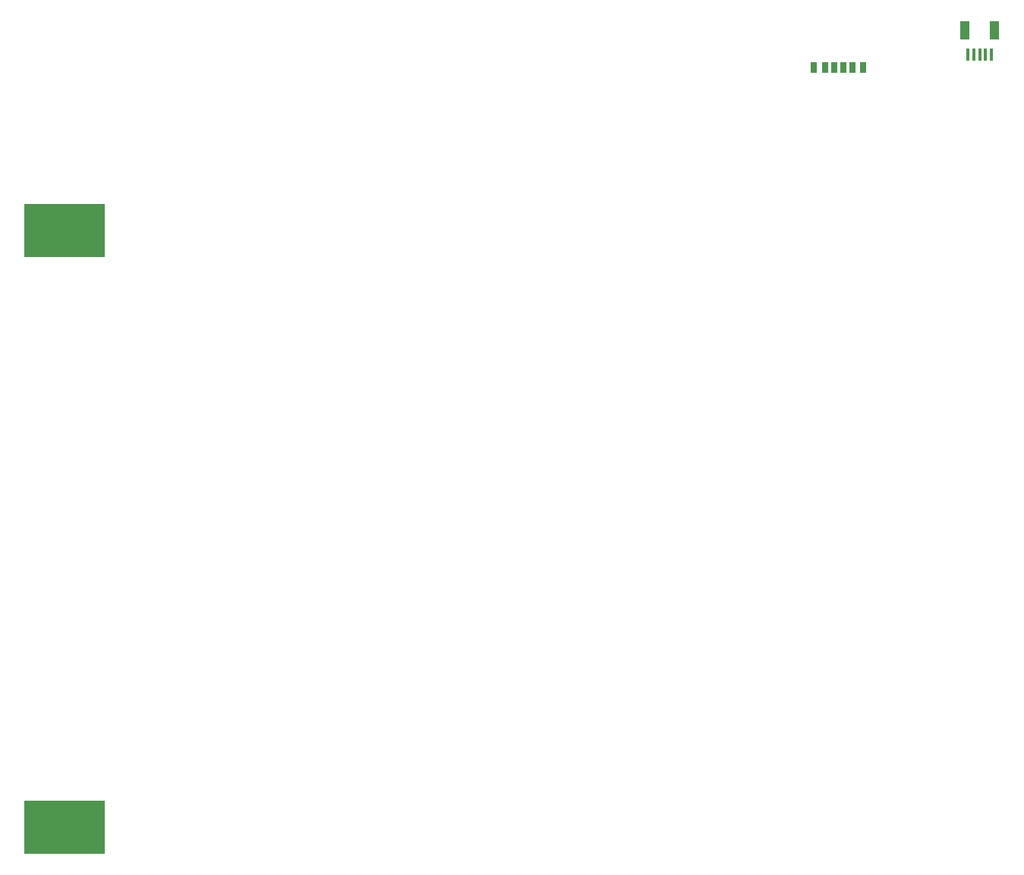
<source format=gbr>
%TF.GenerationSoftware,KiCad,Pcbnew,8.0.2*%
%TF.CreationDate,2024-06-10T22:31:20-05:00*%
%TF.ProjectId,Tandy Color Computer Multi-Pak,54616e64-7920-4436-9f6c-6f7220436f6d,rev?*%
%TF.SameCoordinates,Original*%
%TF.FileFunction,Paste,Top*%
%TF.FilePolarity,Positive*%
%FSLAX46Y46*%
G04 Gerber Fmt 4.6, Leading zero omitted, Abs format (unit mm)*
G04 Created by KiCad (PCBNEW 8.0.2) date 2024-06-10 22:31:20*
%MOMM*%
%LPD*%
G01*
G04 APERTURE LIST*
%ADD10R,9.000000X6.000000*%
%ADD11R,0.700000X1.200000*%
%ADD12R,0.760000X1.200000*%
%ADD13R,0.800000X1.200000*%
%ADD14R,0.400000X1.350000*%
%ADD15R,1.100000X2.100000*%
G04 APERTURE END LIST*
D10*
%TO.C,P1*%
X71174400Y-48615000D03*
X71174400Y-115215000D03*
%TD*%
D11*
%TO.C,J4*%
X157980000Y-30385000D03*
D12*
X155960000Y-30385000D03*
D13*
X154730000Y-30385000D03*
D11*
X156980000Y-30385000D03*
D12*
X159000000Y-30385000D03*
D13*
X160230000Y-30385000D03*
%TD*%
D14*
%TO.C,J2*%
X174528000Y-28910000D03*
X173878000Y-28910000D03*
X173228000Y-28910000D03*
X172578000Y-28910000D03*
X171928000Y-28910000D03*
D15*
X174878000Y-26235000D03*
X171578000Y-26235000D03*
%TD*%
M02*

</source>
